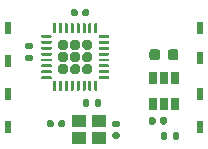
<source format=gbr>
%TF.GenerationSoftware,KiCad,Pcbnew,(5.1.8)-1*%
%TF.CreationDate,2021-10-29T19:36:58+09:00*%
%TF.ProjectId,ykts-mcu-node,796b7473-2d6d-4637-952d-6e6f64652e6b,rev?*%
%TF.SameCoordinates,PX6258c20PY49658d0*%
%TF.FileFunction,Paste,Top*%
%TF.FilePolarity,Positive*%
%FSLAX46Y46*%
G04 Gerber Fmt 4.6, Leading zero omitted, Abs format (unit mm)*
G04 Created by KiCad (PCBNEW (5.1.8)-1) date 2021-10-29 19:36:58*
%MOMM*%
%LPD*%
G01*
G04 APERTURE LIST*
%ADD10R,0.500000X1.000000*%
%ADD11R,0.650000X1.060000*%
%ADD12R,1.150000X1.000000*%
G04 APERTURE END LIST*
D10*
%TO.C,J4*%
X250000Y-2540000D03*
%TD*%
D11*
%TO.C,SW1*%
X13462000Y-6774000D03*
X12512000Y-6774000D03*
X14412000Y-6774000D03*
X14412000Y-8974000D03*
X13462000Y-8974000D03*
X12512000Y-8974000D03*
%TD*%
D12*
%TO.C,Y1*%
X6237000Y-10476000D03*
X7987000Y-10476000D03*
X7987000Y-11876000D03*
X6237000Y-11876000D03*
%TD*%
%TO.C,U1*%
G36*
G01*
X7183500Y-4405000D02*
X6768500Y-4405000D01*
G75*
G02*
X6561000Y-4197500I0J207500D01*
G01*
X6561000Y-3782500D01*
G75*
G02*
X6768500Y-3575000I207500J0D01*
G01*
X7183500Y-3575000D01*
G75*
G02*
X7391000Y-3782500I0J-207500D01*
G01*
X7391000Y-4197500D01*
G75*
G02*
X7183500Y-4405000I-207500J0D01*
G01*
G37*
G36*
G01*
X6153500Y-4405000D02*
X5738500Y-4405000D01*
G75*
G02*
X5531000Y-4197500I0J207500D01*
G01*
X5531000Y-3782500D01*
G75*
G02*
X5738500Y-3575000I207500J0D01*
G01*
X6153500Y-3575000D01*
G75*
G02*
X6361000Y-3782500I0J-207500D01*
G01*
X6361000Y-4197500D01*
G75*
G02*
X6153500Y-4405000I-207500J0D01*
G01*
G37*
G36*
G01*
X5123500Y-4405000D02*
X4708500Y-4405000D01*
G75*
G02*
X4501000Y-4197500I0J207500D01*
G01*
X4501000Y-3782500D01*
G75*
G02*
X4708500Y-3575000I207500J0D01*
G01*
X5123500Y-3575000D01*
G75*
G02*
X5331000Y-3782500I0J-207500D01*
G01*
X5331000Y-4197500D01*
G75*
G02*
X5123500Y-4405000I-207500J0D01*
G01*
G37*
G36*
G01*
X7183500Y-5435000D02*
X6768500Y-5435000D01*
G75*
G02*
X6561000Y-5227500I0J207500D01*
G01*
X6561000Y-4812500D01*
G75*
G02*
X6768500Y-4605000I207500J0D01*
G01*
X7183500Y-4605000D01*
G75*
G02*
X7391000Y-4812500I0J-207500D01*
G01*
X7391000Y-5227500D01*
G75*
G02*
X7183500Y-5435000I-207500J0D01*
G01*
G37*
G36*
G01*
X6153500Y-5435000D02*
X5738500Y-5435000D01*
G75*
G02*
X5531000Y-5227500I0J207500D01*
G01*
X5531000Y-4812500D01*
G75*
G02*
X5738500Y-4605000I207500J0D01*
G01*
X6153500Y-4605000D01*
G75*
G02*
X6361000Y-4812500I0J-207500D01*
G01*
X6361000Y-5227500D01*
G75*
G02*
X6153500Y-5435000I-207500J0D01*
G01*
G37*
G36*
G01*
X5123500Y-5435000D02*
X4708500Y-5435000D01*
G75*
G02*
X4501000Y-5227500I0J207500D01*
G01*
X4501000Y-4812500D01*
G75*
G02*
X4708500Y-4605000I207500J0D01*
G01*
X5123500Y-4605000D01*
G75*
G02*
X5331000Y-4812500I0J-207500D01*
G01*
X5331000Y-5227500D01*
G75*
G02*
X5123500Y-5435000I-207500J0D01*
G01*
G37*
G36*
G01*
X7183500Y-6465000D02*
X6768500Y-6465000D01*
G75*
G02*
X6561000Y-6257500I0J207500D01*
G01*
X6561000Y-5842500D01*
G75*
G02*
X6768500Y-5635000I207500J0D01*
G01*
X7183500Y-5635000D01*
G75*
G02*
X7391000Y-5842500I0J-207500D01*
G01*
X7391000Y-6257500D01*
G75*
G02*
X7183500Y-6465000I-207500J0D01*
G01*
G37*
G36*
G01*
X6153500Y-6465000D02*
X5738500Y-6465000D01*
G75*
G02*
X5531000Y-6257500I0J207500D01*
G01*
X5531000Y-5842500D01*
G75*
G02*
X5738500Y-5635000I207500J0D01*
G01*
X6153500Y-5635000D01*
G75*
G02*
X6361000Y-5842500I0J-207500D01*
G01*
X6361000Y-6257500D01*
G75*
G02*
X6153500Y-6465000I-207500J0D01*
G01*
G37*
G36*
G01*
X5123500Y-6465000D02*
X4708500Y-6465000D01*
G75*
G02*
X4501000Y-6257500I0J207500D01*
G01*
X4501000Y-5842500D01*
G75*
G02*
X4708500Y-5635000I207500J0D01*
G01*
X5123500Y-5635000D01*
G75*
G02*
X5331000Y-5842500I0J-207500D01*
G01*
X5331000Y-6257500D01*
G75*
G02*
X5123500Y-6465000I-207500J0D01*
G01*
G37*
G36*
G01*
X3883500Y-6895000D02*
X3133500Y-6895000D01*
G75*
G02*
X3071000Y-6832500I0J62500D01*
G01*
X3071000Y-6707500D01*
G75*
G02*
X3133500Y-6645000I62500J0D01*
G01*
X3883500Y-6645000D01*
G75*
G02*
X3946000Y-6707500I0J-62500D01*
G01*
X3946000Y-6832500D01*
G75*
G02*
X3883500Y-6895000I-62500J0D01*
G01*
G37*
G36*
G01*
X3883500Y-6395000D02*
X3133500Y-6395000D01*
G75*
G02*
X3071000Y-6332500I0J62500D01*
G01*
X3071000Y-6207500D01*
G75*
G02*
X3133500Y-6145000I62500J0D01*
G01*
X3883500Y-6145000D01*
G75*
G02*
X3946000Y-6207500I0J-62500D01*
G01*
X3946000Y-6332500D01*
G75*
G02*
X3883500Y-6395000I-62500J0D01*
G01*
G37*
G36*
G01*
X3883500Y-5895000D02*
X3133500Y-5895000D01*
G75*
G02*
X3071000Y-5832500I0J62500D01*
G01*
X3071000Y-5707500D01*
G75*
G02*
X3133500Y-5645000I62500J0D01*
G01*
X3883500Y-5645000D01*
G75*
G02*
X3946000Y-5707500I0J-62500D01*
G01*
X3946000Y-5832500D01*
G75*
G02*
X3883500Y-5895000I-62500J0D01*
G01*
G37*
G36*
G01*
X3883500Y-5395000D02*
X3133500Y-5395000D01*
G75*
G02*
X3071000Y-5332500I0J62500D01*
G01*
X3071000Y-5207500D01*
G75*
G02*
X3133500Y-5145000I62500J0D01*
G01*
X3883500Y-5145000D01*
G75*
G02*
X3946000Y-5207500I0J-62500D01*
G01*
X3946000Y-5332500D01*
G75*
G02*
X3883500Y-5395000I-62500J0D01*
G01*
G37*
G36*
G01*
X3883500Y-4895000D02*
X3133500Y-4895000D01*
G75*
G02*
X3071000Y-4832500I0J62500D01*
G01*
X3071000Y-4707500D01*
G75*
G02*
X3133500Y-4645000I62500J0D01*
G01*
X3883500Y-4645000D01*
G75*
G02*
X3946000Y-4707500I0J-62500D01*
G01*
X3946000Y-4832500D01*
G75*
G02*
X3883500Y-4895000I-62500J0D01*
G01*
G37*
G36*
G01*
X3883500Y-4395000D02*
X3133500Y-4395000D01*
G75*
G02*
X3071000Y-4332500I0J62500D01*
G01*
X3071000Y-4207500D01*
G75*
G02*
X3133500Y-4145000I62500J0D01*
G01*
X3883500Y-4145000D01*
G75*
G02*
X3946000Y-4207500I0J-62500D01*
G01*
X3946000Y-4332500D01*
G75*
G02*
X3883500Y-4395000I-62500J0D01*
G01*
G37*
G36*
G01*
X3883500Y-3895000D02*
X3133500Y-3895000D01*
G75*
G02*
X3071000Y-3832500I0J62500D01*
G01*
X3071000Y-3707500D01*
G75*
G02*
X3133500Y-3645000I62500J0D01*
G01*
X3883500Y-3645000D01*
G75*
G02*
X3946000Y-3707500I0J-62500D01*
G01*
X3946000Y-3832500D01*
G75*
G02*
X3883500Y-3895000I-62500J0D01*
G01*
G37*
G36*
G01*
X3883500Y-3395000D02*
X3133500Y-3395000D01*
G75*
G02*
X3071000Y-3332500I0J62500D01*
G01*
X3071000Y-3207500D01*
G75*
G02*
X3133500Y-3145000I62500J0D01*
G01*
X3883500Y-3145000D01*
G75*
G02*
X3946000Y-3207500I0J-62500D01*
G01*
X3946000Y-3332500D01*
G75*
G02*
X3883500Y-3395000I-62500J0D01*
G01*
G37*
G36*
G01*
X4258500Y-3020000D02*
X4133500Y-3020000D01*
G75*
G02*
X4071000Y-2957500I0J62500D01*
G01*
X4071000Y-2207500D01*
G75*
G02*
X4133500Y-2145000I62500J0D01*
G01*
X4258500Y-2145000D01*
G75*
G02*
X4321000Y-2207500I0J-62500D01*
G01*
X4321000Y-2957500D01*
G75*
G02*
X4258500Y-3020000I-62500J0D01*
G01*
G37*
G36*
G01*
X4758500Y-3020000D02*
X4633500Y-3020000D01*
G75*
G02*
X4571000Y-2957500I0J62500D01*
G01*
X4571000Y-2207500D01*
G75*
G02*
X4633500Y-2145000I62500J0D01*
G01*
X4758500Y-2145000D01*
G75*
G02*
X4821000Y-2207500I0J-62500D01*
G01*
X4821000Y-2957500D01*
G75*
G02*
X4758500Y-3020000I-62500J0D01*
G01*
G37*
G36*
G01*
X5258500Y-3020000D02*
X5133500Y-3020000D01*
G75*
G02*
X5071000Y-2957500I0J62500D01*
G01*
X5071000Y-2207500D01*
G75*
G02*
X5133500Y-2145000I62500J0D01*
G01*
X5258500Y-2145000D01*
G75*
G02*
X5321000Y-2207500I0J-62500D01*
G01*
X5321000Y-2957500D01*
G75*
G02*
X5258500Y-3020000I-62500J0D01*
G01*
G37*
G36*
G01*
X5758500Y-3020000D02*
X5633500Y-3020000D01*
G75*
G02*
X5571000Y-2957500I0J62500D01*
G01*
X5571000Y-2207500D01*
G75*
G02*
X5633500Y-2145000I62500J0D01*
G01*
X5758500Y-2145000D01*
G75*
G02*
X5821000Y-2207500I0J-62500D01*
G01*
X5821000Y-2957500D01*
G75*
G02*
X5758500Y-3020000I-62500J0D01*
G01*
G37*
G36*
G01*
X6258500Y-3020000D02*
X6133500Y-3020000D01*
G75*
G02*
X6071000Y-2957500I0J62500D01*
G01*
X6071000Y-2207500D01*
G75*
G02*
X6133500Y-2145000I62500J0D01*
G01*
X6258500Y-2145000D01*
G75*
G02*
X6321000Y-2207500I0J-62500D01*
G01*
X6321000Y-2957500D01*
G75*
G02*
X6258500Y-3020000I-62500J0D01*
G01*
G37*
G36*
G01*
X6758500Y-3020000D02*
X6633500Y-3020000D01*
G75*
G02*
X6571000Y-2957500I0J62500D01*
G01*
X6571000Y-2207500D01*
G75*
G02*
X6633500Y-2145000I62500J0D01*
G01*
X6758500Y-2145000D01*
G75*
G02*
X6821000Y-2207500I0J-62500D01*
G01*
X6821000Y-2957500D01*
G75*
G02*
X6758500Y-3020000I-62500J0D01*
G01*
G37*
G36*
G01*
X7258500Y-3020000D02*
X7133500Y-3020000D01*
G75*
G02*
X7071000Y-2957500I0J62500D01*
G01*
X7071000Y-2207500D01*
G75*
G02*
X7133500Y-2145000I62500J0D01*
G01*
X7258500Y-2145000D01*
G75*
G02*
X7321000Y-2207500I0J-62500D01*
G01*
X7321000Y-2957500D01*
G75*
G02*
X7258500Y-3020000I-62500J0D01*
G01*
G37*
G36*
G01*
X7758500Y-3020000D02*
X7633500Y-3020000D01*
G75*
G02*
X7571000Y-2957500I0J62500D01*
G01*
X7571000Y-2207500D01*
G75*
G02*
X7633500Y-2145000I62500J0D01*
G01*
X7758500Y-2145000D01*
G75*
G02*
X7821000Y-2207500I0J-62500D01*
G01*
X7821000Y-2957500D01*
G75*
G02*
X7758500Y-3020000I-62500J0D01*
G01*
G37*
G36*
G01*
X8758500Y-3395000D02*
X8008500Y-3395000D01*
G75*
G02*
X7946000Y-3332500I0J62500D01*
G01*
X7946000Y-3207500D01*
G75*
G02*
X8008500Y-3145000I62500J0D01*
G01*
X8758500Y-3145000D01*
G75*
G02*
X8821000Y-3207500I0J-62500D01*
G01*
X8821000Y-3332500D01*
G75*
G02*
X8758500Y-3395000I-62500J0D01*
G01*
G37*
G36*
G01*
X8758500Y-3895000D02*
X8008500Y-3895000D01*
G75*
G02*
X7946000Y-3832500I0J62500D01*
G01*
X7946000Y-3707500D01*
G75*
G02*
X8008500Y-3645000I62500J0D01*
G01*
X8758500Y-3645000D01*
G75*
G02*
X8821000Y-3707500I0J-62500D01*
G01*
X8821000Y-3832500D01*
G75*
G02*
X8758500Y-3895000I-62500J0D01*
G01*
G37*
G36*
G01*
X8758500Y-4395000D02*
X8008500Y-4395000D01*
G75*
G02*
X7946000Y-4332500I0J62500D01*
G01*
X7946000Y-4207500D01*
G75*
G02*
X8008500Y-4145000I62500J0D01*
G01*
X8758500Y-4145000D01*
G75*
G02*
X8821000Y-4207500I0J-62500D01*
G01*
X8821000Y-4332500D01*
G75*
G02*
X8758500Y-4395000I-62500J0D01*
G01*
G37*
G36*
G01*
X8758500Y-4895000D02*
X8008500Y-4895000D01*
G75*
G02*
X7946000Y-4832500I0J62500D01*
G01*
X7946000Y-4707500D01*
G75*
G02*
X8008500Y-4645000I62500J0D01*
G01*
X8758500Y-4645000D01*
G75*
G02*
X8821000Y-4707500I0J-62500D01*
G01*
X8821000Y-4832500D01*
G75*
G02*
X8758500Y-4895000I-62500J0D01*
G01*
G37*
G36*
G01*
X8758500Y-5395000D02*
X8008500Y-5395000D01*
G75*
G02*
X7946000Y-5332500I0J62500D01*
G01*
X7946000Y-5207500D01*
G75*
G02*
X8008500Y-5145000I62500J0D01*
G01*
X8758500Y-5145000D01*
G75*
G02*
X8821000Y-5207500I0J-62500D01*
G01*
X8821000Y-5332500D01*
G75*
G02*
X8758500Y-5395000I-62500J0D01*
G01*
G37*
G36*
G01*
X8758500Y-5895000D02*
X8008500Y-5895000D01*
G75*
G02*
X7946000Y-5832500I0J62500D01*
G01*
X7946000Y-5707500D01*
G75*
G02*
X8008500Y-5645000I62500J0D01*
G01*
X8758500Y-5645000D01*
G75*
G02*
X8821000Y-5707500I0J-62500D01*
G01*
X8821000Y-5832500D01*
G75*
G02*
X8758500Y-5895000I-62500J0D01*
G01*
G37*
G36*
G01*
X8758500Y-6395000D02*
X8008500Y-6395000D01*
G75*
G02*
X7946000Y-6332500I0J62500D01*
G01*
X7946000Y-6207500D01*
G75*
G02*
X8008500Y-6145000I62500J0D01*
G01*
X8758500Y-6145000D01*
G75*
G02*
X8821000Y-6207500I0J-62500D01*
G01*
X8821000Y-6332500D01*
G75*
G02*
X8758500Y-6395000I-62500J0D01*
G01*
G37*
G36*
G01*
X8758500Y-6895000D02*
X8008500Y-6895000D01*
G75*
G02*
X7946000Y-6832500I0J62500D01*
G01*
X7946000Y-6707500D01*
G75*
G02*
X8008500Y-6645000I62500J0D01*
G01*
X8758500Y-6645000D01*
G75*
G02*
X8821000Y-6707500I0J-62500D01*
G01*
X8821000Y-6832500D01*
G75*
G02*
X8758500Y-6895000I-62500J0D01*
G01*
G37*
G36*
G01*
X7758500Y-7895000D02*
X7633500Y-7895000D01*
G75*
G02*
X7571000Y-7832500I0J62500D01*
G01*
X7571000Y-7082500D01*
G75*
G02*
X7633500Y-7020000I62500J0D01*
G01*
X7758500Y-7020000D01*
G75*
G02*
X7821000Y-7082500I0J-62500D01*
G01*
X7821000Y-7832500D01*
G75*
G02*
X7758500Y-7895000I-62500J0D01*
G01*
G37*
G36*
G01*
X7258500Y-7895000D02*
X7133500Y-7895000D01*
G75*
G02*
X7071000Y-7832500I0J62500D01*
G01*
X7071000Y-7082500D01*
G75*
G02*
X7133500Y-7020000I62500J0D01*
G01*
X7258500Y-7020000D01*
G75*
G02*
X7321000Y-7082500I0J-62500D01*
G01*
X7321000Y-7832500D01*
G75*
G02*
X7258500Y-7895000I-62500J0D01*
G01*
G37*
G36*
G01*
X6758500Y-7895000D02*
X6633500Y-7895000D01*
G75*
G02*
X6571000Y-7832500I0J62500D01*
G01*
X6571000Y-7082500D01*
G75*
G02*
X6633500Y-7020000I62500J0D01*
G01*
X6758500Y-7020000D01*
G75*
G02*
X6821000Y-7082500I0J-62500D01*
G01*
X6821000Y-7832500D01*
G75*
G02*
X6758500Y-7895000I-62500J0D01*
G01*
G37*
G36*
G01*
X6258500Y-7895000D02*
X6133500Y-7895000D01*
G75*
G02*
X6071000Y-7832500I0J62500D01*
G01*
X6071000Y-7082500D01*
G75*
G02*
X6133500Y-7020000I62500J0D01*
G01*
X6258500Y-7020000D01*
G75*
G02*
X6321000Y-7082500I0J-62500D01*
G01*
X6321000Y-7832500D01*
G75*
G02*
X6258500Y-7895000I-62500J0D01*
G01*
G37*
G36*
G01*
X5758500Y-7895000D02*
X5633500Y-7895000D01*
G75*
G02*
X5571000Y-7832500I0J62500D01*
G01*
X5571000Y-7082500D01*
G75*
G02*
X5633500Y-7020000I62500J0D01*
G01*
X5758500Y-7020000D01*
G75*
G02*
X5821000Y-7082500I0J-62500D01*
G01*
X5821000Y-7832500D01*
G75*
G02*
X5758500Y-7895000I-62500J0D01*
G01*
G37*
G36*
G01*
X5258500Y-7895000D02*
X5133500Y-7895000D01*
G75*
G02*
X5071000Y-7832500I0J62500D01*
G01*
X5071000Y-7082500D01*
G75*
G02*
X5133500Y-7020000I62500J0D01*
G01*
X5258500Y-7020000D01*
G75*
G02*
X5321000Y-7082500I0J-62500D01*
G01*
X5321000Y-7832500D01*
G75*
G02*
X5258500Y-7895000I-62500J0D01*
G01*
G37*
G36*
G01*
X4758500Y-7895000D02*
X4633500Y-7895000D01*
G75*
G02*
X4571000Y-7832500I0J62500D01*
G01*
X4571000Y-7082500D01*
G75*
G02*
X4633500Y-7020000I62500J0D01*
G01*
X4758500Y-7020000D01*
G75*
G02*
X4821000Y-7082500I0J-62500D01*
G01*
X4821000Y-7832500D01*
G75*
G02*
X4758500Y-7895000I-62500J0D01*
G01*
G37*
G36*
G01*
X4258500Y-7895000D02*
X4133500Y-7895000D01*
G75*
G02*
X4071000Y-7832500I0J62500D01*
G01*
X4071000Y-7082500D01*
G75*
G02*
X4133500Y-7020000I62500J0D01*
G01*
X4258500Y-7020000D01*
G75*
G02*
X4321000Y-7082500I0J-62500D01*
G01*
X4321000Y-7832500D01*
G75*
G02*
X4258500Y-7895000I-62500J0D01*
G01*
G37*
%TD*%
%TO.C,R4*%
G36*
G01*
X13730000Y-11499000D02*
X13730000Y-11869000D01*
G75*
G02*
X13595000Y-12004000I-135000J0D01*
G01*
X13325000Y-12004000D01*
G75*
G02*
X13190000Y-11869000I0J135000D01*
G01*
X13190000Y-11499000D01*
G75*
G02*
X13325000Y-11364000I135000J0D01*
G01*
X13595000Y-11364000D01*
G75*
G02*
X13730000Y-11499000I0J-135000D01*
G01*
G37*
G36*
G01*
X14750000Y-11499000D02*
X14750000Y-11869000D01*
G75*
G02*
X14615000Y-12004000I-135000J0D01*
G01*
X14345000Y-12004000D01*
G75*
G02*
X14210000Y-11869000I0J135000D01*
G01*
X14210000Y-11499000D01*
G75*
G02*
X14345000Y-11364000I135000J0D01*
G01*
X14615000Y-11364000D01*
G75*
G02*
X14750000Y-11499000I0J-135000D01*
G01*
G37*
%TD*%
%TO.C,R3*%
G36*
G01*
X7606000Y-9075000D02*
X7606000Y-8705000D01*
G75*
G02*
X7741000Y-8570000I135000J0D01*
G01*
X8011000Y-8570000D01*
G75*
G02*
X8146000Y-8705000I0J-135000D01*
G01*
X8146000Y-9075000D01*
G75*
G02*
X8011000Y-9210000I-135000J0D01*
G01*
X7741000Y-9210000D01*
G75*
G02*
X7606000Y-9075000I0J135000D01*
G01*
G37*
G36*
G01*
X6586000Y-9075000D02*
X6586000Y-8705000D01*
G75*
G02*
X6721000Y-8570000I135000J0D01*
G01*
X6991000Y-8570000D01*
G75*
G02*
X7126000Y-8705000I0J-135000D01*
G01*
X7126000Y-9075000D01*
G75*
G02*
X6991000Y-9210000I-135000J0D01*
G01*
X6721000Y-9210000D01*
G75*
G02*
X6586000Y-9075000I0J135000D01*
G01*
G37*
%TD*%
%TO.C,R1*%
G36*
G01*
X2217000Y-4332000D02*
X1847000Y-4332000D01*
G75*
G02*
X1712000Y-4197000I0J135000D01*
G01*
X1712000Y-3927000D01*
G75*
G02*
X1847000Y-3792000I135000J0D01*
G01*
X2217000Y-3792000D01*
G75*
G02*
X2352000Y-3927000I0J-135000D01*
G01*
X2352000Y-4197000D01*
G75*
G02*
X2217000Y-4332000I-135000J0D01*
G01*
G37*
G36*
G01*
X2217000Y-5352000D02*
X1847000Y-5352000D01*
G75*
G02*
X1712000Y-5217000I0J135000D01*
G01*
X1712000Y-4947000D01*
G75*
G02*
X1847000Y-4812000I135000J0D01*
G01*
X2217000Y-4812000D01*
G75*
G02*
X2352000Y-4947000I0J-135000D01*
G01*
X2352000Y-5217000D01*
G75*
G02*
X2217000Y-5352000I-135000J0D01*
G01*
G37*
%TD*%
D10*
%TO.C,J8*%
X16514000Y-2540000D03*
%TD*%
%TO.C,J7*%
X16514000Y-5080000D03*
%TD*%
%TO.C,J6*%
X16514000Y-8128000D03*
%TD*%
%TO.C,J5*%
X16514000Y-10922000D03*
%TD*%
%TO.C,J3*%
X258000Y-5334000D03*
%TD*%
%TO.C,J2*%
X250000Y-8128000D03*
%TD*%
%TO.C,J1*%
X250000Y-10922000D03*
%TD*%
%TO.C,D1*%
G36*
G01*
X12764000Y-10241500D02*
X12764000Y-10586500D01*
G75*
G02*
X12616500Y-10734000I-147500J0D01*
G01*
X12321500Y-10734000D01*
G75*
G02*
X12174000Y-10586500I0J147500D01*
G01*
X12174000Y-10241500D01*
G75*
G02*
X12321500Y-10094000I147500J0D01*
G01*
X12616500Y-10094000D01*
G75*
G02*
X12764000Y-10241500I0J-147500D01*
G01*
G37*
G36*
G01*
X13734000Y-10241500D02*
X13734000Y-10586500D01*
G75*
G02*
X13586500Y-10734000I-147500J0D01*
G01*
X13291500Y-10734000D01*
G75*
G02*
X13144000Y-10586500I0J147500D01*
G01*
X13144000Y-10241500D01*
G75*
G02*
X13291500Y-10094000I147500J0D01*
G01*
X13586500Y-10094000D01*
G75*
G02*
X13734000Y-10241500I0J-147500D01*
G01*
G37*
%TD*%
%TO.C,C4*%
G36*
G01*
X4118000Y-10498000D02*
X4118000Y-10838000D01*
G75*
G02*
X3978000Y-10978000I-140000J0D01*
G01*
X3698000Y-10978000D01*
G75*
G02*
X3558000Y-10838000I0J140000D01*
G01*
X3558000Y-10498000D01*
G75*
G02*
X3698000Y-10358000I140000J0D01*
G01*
X3978000Y-10358000D01*
G75*
G02*
X4118000Y-10498000I0J-140000D01*
G01*
G37*
G36*
G01*
X5078000Y-10498000D02*
X5078000Y-10838000D01*
G75*
G02*
X4938000Y-10978000I-140000J0D01*
G01*
X4658000Y-10978000D01*
G75*
G02*
X4518000Y-10838000I0J140000D01*
G01*
X4518000Y-10498000D01*
G75*
G02*
X4658000Y-10358000I140000J0D01*
G01*
X4938000Y-10358000D01*
G75*
G02*
X5078000Y-10498000I0J-140000D01*
G01*
G37*
%TD*%
%TO.C,C3*%
G36*
G01*
X9228000Y-11376000D02*
X9568000Y-11376000D01*
G75*
G02*
X9708000Y-11516000I0J-140000D01*
G01*
X9708000Y-11796000D01*
G75*
G02*
X9568000Y-11936000I-140000J0D01*
G01*
X9228000Y-11936000D01*
G75*
G02*
X9088000Y-11796000I0J140000D01*
G01*
X9088000Y-11516000D01*
G75*
G02*
X9228000Y-11376000I140000J0D01*
G01*
G37*
G36*
G01*
X9228000Y-10416000D02*
X9568000Y-10416000D01*
G75*
G02*
X9708000Y-10556000I0J-140000D01*
G01*
X9708000Y-10836000D01*
G75*
G02*
X9568000Y-10976000I-140000J0D01*
G01*
X9228000Y-10976000D01*
G75*
G02*
X9088000Y-10836000I0J140000D01*
G01*
X9088000Y-10556000D01*
G75*
G02*
X9228000Y-10416000I140000J0D01*
G01*
G37*
%TD*%
%TO.C,C2*%
G36*
G01*
X6150000Y-1100000D02*
X6150000Y-1440000D01*
G75*
G02*
X6010000Y-1580000I-140000J0D01*
G01*
X5730000Y-1580000D01*
G75*
G02*
X5590000Y-1440000I0J140000D01*
G01*
X5590000Y-1100000D01*
G75*
G02*
X5730000Y-960000I140000J0D01*
G01*
X6010000Y-960000D01*
G75*
G02*
X6150000Y-1100000I0J-140000D01*
G01*
G37*
G36*
G01*
X7110000Y-1100000D02*
X7110000Y-1440000D01*
G75*
G02*
X6970000Y-1580000I-140000J0D01*
G01*
X6690000Y-1580000D01*
G75*
G02*
X6550000Y-1440000I0J140000D01*
G01*
X6550000Y-1100000D01*
G75*
G02*
X6690000Y-960000I140000J0D01*
G01*
X6970000Y-960000D01*
G75*
G02*
X7110000Y-1100000I0J-140000D01*
G01*
G37*
%TD*%
%TO.C,C1*%
G36*
G01*
X13137000Y-4576000D02*
X13137000Y-5076000D01*
G75*
G02*
X12912000Y-5301000I-225000J0D01*
G01*
X12462000Y-5301000D01*
G75*
G02*
X12237000Y-5076000I0J225000D01*
G01*
X12237000Y-4576000D01*
G75*
G02*
X12462000Y-4351000I225000J0D01*
G01*
X12912000Y-4351000D01*
G75*
G02*
X13137000Y-4576000I0J-225000D01*
G01*
G37*
G36*
G01*
X14687000Y-4576000D02*
X14687000Y-5076000D01*
G75*
G02*
X14462000Y-5301000I-225000J0D01*
G01*
X14012000Y-5301000D01*
G75*
G02*
X13787000Y-5076000I0J225000D01*
G01*
X13787000Y-4576000D01*
G75*
G02*
X14012000Y-4351000I225000J0D01*
G01*
X14462000Y-4351000D01*
G75*
G02*
X14687000Y-4576000I0J-225000D01*
G01*
G37*
%TD*%
M02*

</source>
